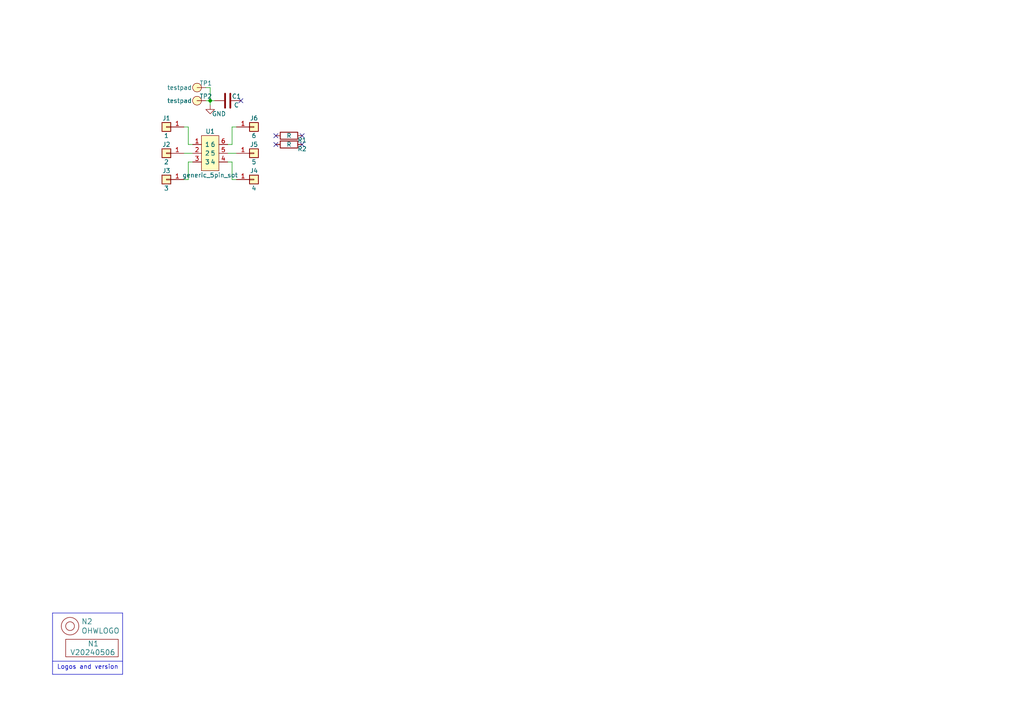
<source format=kicad_sch>
(kicad_sch (version 20230121) (generator eeschema)
  (paper "A4")
  (lib_symbols
    (symbol "Connector_Generic:Conn_01x01" (pin_names (offset 1.016) hide)
      (property "Reference" "J" (at 0 2.54 0))
      (property "Value" "Conn_01x01" (at 0 -2.54 0))
      (symbol "Conn_01x01_1_1"
        (rectangle (start -1.27 0.127) (end 0 -0.127) (stroke (width 0.1524)))
        (rectangle (start -1.27 1.27) (end 1.27 -1.27) (stroke (width 0.254)) (fill (type background)))
        (pin passive line (at -5.08 0 0) (length 3.81) (name "Pin_1") (number "1"))
      )
    )
    (symbol "Device:C" (pin_numbers hide) (pin_names (offset 0.254))
      (property "Reference" "C" (at 0.635 2.54 0))
      (property "Value" "C" (at 0.635 -2.54 0))
      (symbol "C_0_1"
        (polyline (pts (xy -2.032 -0.762) (xy 2.032 -0.762)) (stroke (width 0.508)))
        (polyline (pts (xy -2.032 0.762) (xy 2.032 0.762)) (stroke (width 0.508)))
      )
      (symbol "C_1_1"
        (pin passive line (at 0 3.81 270) (length 2.794) (name "~") (number "1"))
        (pin passive line (at 0 -3.81 90) (length 2.794) (name "~") (number "2"))
      )
    )
    (symbol "Device:R" (pin_numbers hide) (pin_names (offset 0))
      (property "Reference" "R" (at 2.032 0 90))
      (property "Value" "R" (at 0 0 90))
      (symbol "R_0_1"
        (rectangle (start -1.016 -2.54) (end 1.016 2.54) (stroke (width 0.254)))
      )
      (symbol "R_1_1"
        (pin passive line (at 0 3.81 270) (length 1.27) (name "~") (number "1"))
        (pin passive line (at 0 -3.81 90) (length 1.27) (name "~") (number "2"))
      )
    )
    (symbol "SquantorLabels:OHWLOGO" (pin_names (offset 1.016))
      (property "Reference" "N" (at 0 3.81 0))
      (property "Value" "OHWLOGO" (at 0 -3.81 0))
      (symbol "OHWLOGO_0_1"
        (circle (center 0 0) (radius 1.27))
        (circle (center 0 0) (radius 2.54))
      )
    )
    (symbol "SquantorLabels:VYYYYMMDD" (pin_names (offset 1.016))
      (property "Reference" "N" (at 0 2.54 0))
      (property "Value" "VYYYYMMDD" (at 0 0 0))
      (symbol "VYYYYMMDD_0_1"
        (rectangle (start 7.62 -1.27) (end -7.62 3.81))
      )
    )
    (symbol "SquantorProto:testpad" (pin_numbers hide) (pin_names (offset 1.016) hide)
      (property "Reference" "TP" (at 0 2.54 0))
      (property "Value" "testpad" (at 0 -2.54 0))
      (symbol "testpad_0_1"
        (circle (center 0 0) (radius 1.27) (fill (type background)))
      )
      (symbol "testpad_1_1"
        (pin passive line (at -2.54 0 0) (length 2.54) (name "1") (number "1"))
      )
    )
    (symbol "SquantorSpecial:generic_6pin_sot" (pin_names (offset 1.016))
      (property "Reference" "U" (at 0 6.35 0))
      (property "Value" "generic_5pin_sot" (at 0 -6.35 0))
      (symbol "generic_6pin_sot_0_1"
        (rectangle (start -2.54 5.08) (end 2.54 -5.08) (fill (type background)))
      )
      (symbol "generic_6pin_sot_1_1"
        (pin passive line (at -5.08 2.54 0) (length 2.54) (name "1") (number "1"))
        (pin passive line (at -5.08 0 0) (length 2.54) (name "2") (number "2"))
        (pin passive line (at -5.08 -2.54 0) (length 2.54) (name "3") (number "3"))
        (pin passive line (at 5.08 -2.54 180) (length 2.54) (name "4") (number "4"))
        (pin passive line (at 5.08 0 180) (length 2.54) (name "5") (number "5"))
        (pin passive line (at 5.08 2.54 180) (length 2.54) (name "6") (number "6"))
      )
    )
    (symbol "power:GND" (power) (pin_names (offset 0))
      (property "Value" "GND" (at 0 -3.81 0))
      (symbol "GND_0_1"
        (polyline (pts (xy 0 0) (xy 0 -1.27) (xy 1.27 -1.27) (xy 0 -2.54) (xy -1.27 -1.27) (xy 0 -1.27)))
      )
      (symbol "GND_1_1"
        (pin power_in line (at 0 0 270) (length 0) hide (name "GND") (number "1"))
      )
    )
  )
  (junction (at 60.96 29.21))
  (no_connect (at 87.63 41.91))
  (no_connect (at 87.63 39.37))
  (no_connect (at 80.01 39.37))
  (no_connect (at 80.01 41.91))
  (no_connect (at 69.85 29.21))
  (wire (pts (xy 54.61 36.83) (xy 54.61 41.91)))
  (wire (pts (xy 54.61 41.91) (xy 55.88 41.91)))
  (wire (pts (xy 59.69 25.4) (xy 60.96 25.4)))
  (wire (pts (xy 60.96 29.21) (xy 60.96 30.48)))
  (wire (pts (xy 53.34 36.83) (xy 54.61 36.83)))
  (wire (pts (xy 55.88 46.99) (xy 54.61 46.99)))
  (wire (pts (xy 54.61 46.99) (xy 54.61 52.07)))
  (wire (pts (xy 53.34 52.07) (xy 54.61 52.07)))
  (wire (pts (xy 59.69 29.21) (xy 60.96 29.21)))
  (wire (pts (xy 53.34 44.45) (xy 55.88 44.45)))
  (wire (pts (xy 66.04 41.91) (xy 67.31 41.91)))
  (wire (pts (xy 66.04 44.45) (xy 68.58 44.45)))
  (wire (pts (xy 67.31 46.99) (xy 66.04 46.99)))
  (polyline (pts (xy 15.24 191.77) (xy 35.56 191.77)))
  (polyline (pts (xy 35.56 195.58) (xy 35.56 177.8)))
  (wire (pts (xy 60.96 29.21) (xy 62.23 29.21)))
  (polyline (pts (xy 15.24 195.58) (xy 35.56 195.58)))
  (wire (pts (xy 67.31 36.83) (xy 67.31 41.91)))
  (wire (pts (xy 68.58 52.07) (xy 67.31 52.07)))
  (wire (pts (xy 60.96 25.4) (xy 60.96 29.21)))
  (wire (pts (xy 68.58 36.83) (xy 67.31 36.83)))
  (polyline (pts (xy 35.56 177.8) (xy 15.24 177.8)))
  (wire (pts (xy 67.31 52.07) (xy 67.31 46.99)))
  (polyline (pts (xy 15.24 177.8) (xy 15.24 195.58)))
  (text "Logos and version" (at 16.51 194.31 0) (effects (font (size 1.27 1.27)) (justify left bottom)))
  (symbol (lib_id "SquantorLabels:VYYYYMMDD") (at 26.67 189.23 0) (unit 1)
    (property "Reference" "N1" (at 25.4 186.69 0) (effects (font (size 1.524 1.524)) (justify left)))
    (property "Value" "V20240506" (at 20.32 189.23 0) (effects (font (size 1.524 1.524)) (justify left)))
    (property "Footprint" "SquantorLabels:Label_Generic" (effects hide))
  )
  (symbol (lib_id "SquantorLabels:OHWLOGO") (at 20.32 181.61 0) (unit 1)
    (property "Reference" "N2" (at 23.5712 180.2638 0) (effects (font (size 1.524 1.524)) (justify left)))
    (property "Value" "OHWLOGO" (at 23.5712 182.9562 0) (effects (font (size 1.524 1.524)) (justify left)))
    (property "Footprint" "Symbol:OSHW-Symbol_6.7x6mm_SilkScreen" (effects hide))
  )
  (symbol (lib_id "Connector_Generic:Conn_01x01") (at 48.26 44.45 180) (unit 1)
    (property "Reference" "J2" (at 48.26 41.91 0))
    (property "Value" "2" (at 48.26 46.99 0))
    (property "Footprint" "mill-max:PC_pin_nail_head_6092" (effects hide))
  )
  (symbol (lib_id "Connector_Generic:Conn_01x01") (at 48.26 36.83 180) (unit 1)
    (property "Reference" "J1" (at 48.26 34.29 0))
    (property "Value" "1" (at 48.26 39.37 0))
    (property "Footprint" "mill-max:PC_pin_nail_head_6092" (effects hide))
  )
  (symbol (lib_id "Connector_Generic:Conn_01x01") (at 48.26 52.07 0) (mirror y) (unit 1)
    (property "Reference" "J3" (at 48.26 49.53 0))
    (property "Value" "3" (at 48.26 54.61 0))
    (property "Footprint" "mill-max:PC_pin_nail_head_6092" (effects hide))
  )
  (symbol (lib_id "Connector_Generic:Conn_01x01") (at 73.66 52.07 0) (mirror x) (unit 1)
    (property "Reference" "J4" (at 73.66 49.53 0))
    (property "Value" "4" (at 73.66 54.61 0))
    (property "Footprint" "mill-max:PC_pin_nail_head_6092" (effects hide))
  )
  (symbol (lib_id "Connector_Generic:Conn_01x01") (at 73.66 44.45 0) (unit 1)
    (property "Reference" "J5" (at 73.66 41.91 0))
    (property "Value" "5" (at 73.66 46.99 0))
    (property "Footprint" "mill-max:PC_pin_nail_head_6092" (effects hide))
  )
  (symbol (lib_id "Connector_Generic:Conn_01x01") (at 73.66 36.83 0) (mirror x) (unit 1)
    (property "Reference" "J6" (at 73.66 34.29 0))
    (property "Value" "6" (at 73.66 39.37 0))
    (property "Footprint" "mill-max:PC_pin_nail_head_6092" (effects hide))
  )
  (symbol (lib_id "Device:C") (at 66.04 29.21 90) (unit 1)
    (property "Reference" "C1" (at 68.58 27.94 90))
    (property "Value" "C" (at 68.58 30.48 90))
    (property "Footprint" "SquantorCapacitor:C_0402+0603+0805+TH" (effects hide))
  )
  (symbol (lib_id "SquantorSpecial:generic_6pin_sot") (at 60.96 44.45 0) (unit 1)
    (property "Reference" "U1" (at 60.96 38.1 0))
    (property "Value" "generic_5pin_sot" (at 60.96 50.8 0))
    (property "Footprint" "SquantorIC:SOT363-NXP-hand" (effects hide))
  )
  (symbol (lib_id "Device:R") (at 83.82 41.91 90) (unit 1)
    (property "Reference" "R2" (at 87.63 43.18 90))
    (property "Value" "R" (at 83.82 41.91 90))
    (property "Footprint" "SquantorResistor:R_0805+0603" (effects hide))
  )
  (symbol (lib_id "power:GND") (at 60.96 30.48 0) (unit 1)
    (property "Reference" "#PWR01" (effects hide))
    (property "Value" "GND" (at 63.5 33.02 0))
  )
  (symbol (lib_id "SquantorProto:testpad") (at 57.15 25.4 180) (unit 1)
    (property "Reference" "TP1" (at 59.69 24.13 0))
    (property "Value" "testpad" (at 52.07 25.4 0))
    (property "Footprint" "SquantorTestPoints:TestPoint_hole_H05R10_2side" (effects hide))
  )
  (symbol (lib_id "SquantorProto:testpad") (at 57.15 29.21 180) (unit 1)
    (property "Reference" "TP2" (at 59.69 27.94 0))
    (property "Value" "testpad" (at 52.07 29.21 0))
    (property "Footprint" "SquantorTestPoints:TestPoint_hole_H05R10_2side" (effects hide))
  )
  (symbol (lib_id "Device:R") (at 83.82 39.37 90) (unit 1)
    (property "Reference" "R1" (at 87.63 40.64 90))
    (property "Value" "R" (at 83.82 39.37 90))
    (property "Footprint" "SquantorResistor:R_0805+0603" (effects hide))
  )
)
</source>
